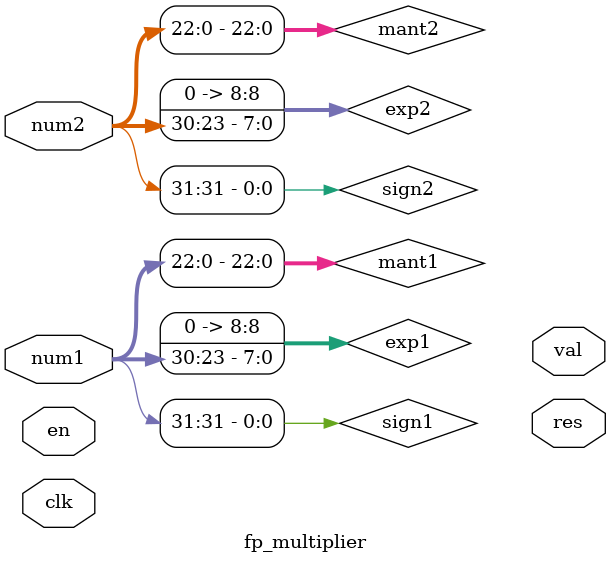
<source format=v>
`include "../Multiplier/Multiplier.v"

module fp_multiplier (
    input clk, en,
    input [31:0] num1, num2,

    output reg [31:0] res,
    output reg val
);

wire sign1, sign2;
assign sign1 = num1[31];
assign sign2 = num2[31];

wire [8:0] exp1, exp2;
assign exp1 = num1[30:23];
assign exp2 = num2[30:23];

wire [22:0] mant1, mant2;
assign mant1 = num1[22:0];
assign mant2 = num2[22:0];

reg [63:0] mant_mul_res;
wire man_val;
multiplier mant_mul(.clk(clk), .en(en),
                    .op1(mant1), .op2(mant2),
                    .res(mant_mul_res),
                    .val(man_val),    
);

endmodule
</source>
